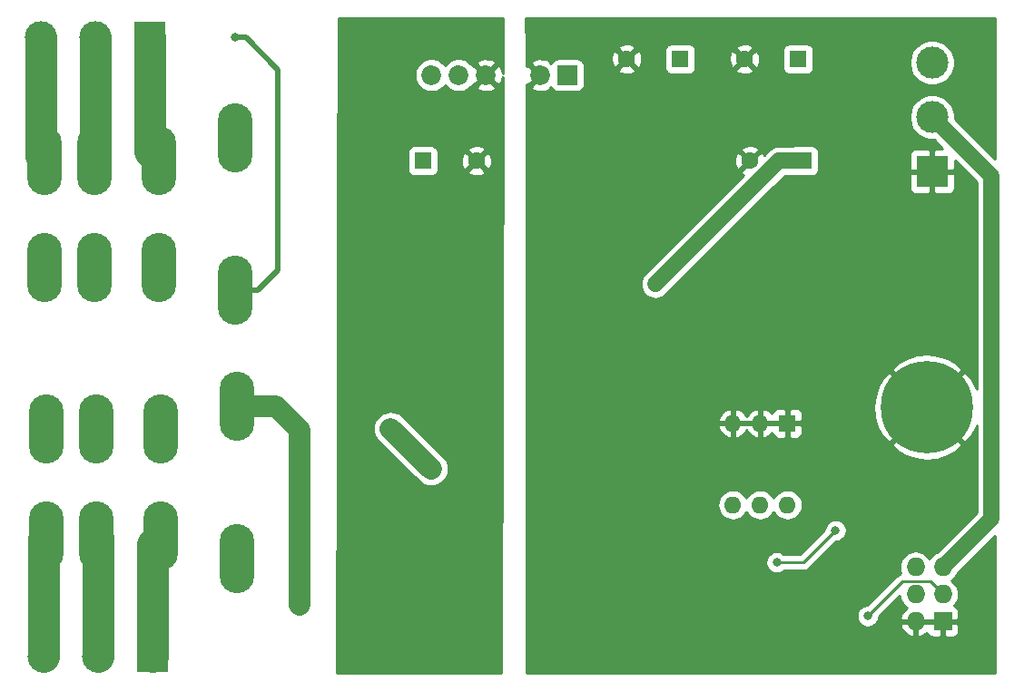
<source format=gbr>
G04 #@! TF.GenerationSoftware,KiCad,Pcbnew,(5.1.4)-1*
G04 #@! TF.CreationDate,2020-01-12T19:46:33+08:00*
G04 #@! TF.ProjectId,i2c x2 relays socketed,69326320-7832-4207-9265-6c6179732073,rev?*
G04 #@! TF.SameCoordinates,Original*
G04 #@! TF.FileFunction,Copper,L2,Bot*
G04 #@! TF.FilePolarity,Positive*
%FSLAX46Y46*%
G04 Gerber Fmt 4.6, Leading zero omitted, Abs format (unit mm)*
G04 Created by KiCad (PCBNEW (5.1.4)-1) date 2020-01-12 19:46:33*
%MOMM*%
%LPD*%
G04 APERTURE LIST*
%ADD10O,3.225800X6.451600*%
%ADD11C,1.850000*%
%ADD12R,1.850000X1.850000*%
%ADD13C,1.600000*%
%ADD14R,1.600000X1.600000*%
%ADD15O,1.600000X1.600000*%
%ADD16C,3.000000*%
%ADD17R,3.000000X3.000000*%
%ADD18O,1.727200X1.727200*%
%ADD19R,1.727200X1.727200*%
%ADD20C,0.900000*%
%ADD21C,8.600000*%
%ADD22C,1.000000*%
%ADD23C,0.800000*%
%ADD24C,0.250000*%
%ADD25C,1.500000*%
%ADD26C,2.000000*%
%ADD27C,0.500000*%
%ADD28C,3.000000*%
%ADD29C,0.254000*%
G04 APERTURE END LIST*
D10*
X25657200Y-34891800D03*
X25657200Y-49115800D03*
X18519800Y-37000000D03*
X18519800Y-47007600D03*
X12500000Y-37000000D03*
X12500000Y-47007600D03*
X7902600Y-37000000D03*
X7902600Y-47007600D03*
X25500000Y-9888000D03*
X25500000Y-24112000D03*
X18362600Y-11996200D03*
X18362600Y-22003800D03*
X12342800Y-11996200D03*
X12342800Y-22003800D03*
X7745400Y-11996200D03*
X7745400Y-22003800D03*
D11*
X43800000Y-4000000D03*
X46340000Y-4000000D03*
X48880000Y-4000000D03*
X53960000Y-4000000D03*
D12*
X56500000Y-4000000D03*
D13*
X73500000Y-12000000D03*
D14*
X78500000Y-12000000D03*
D15*
X77000000Y-44120000D03*
X71920000Y-36500000D03*
X74460000Y-44120000D03*
X74460000Y-36500000D03*
X71920000Y-44120000D03*
D14*
X77000000Y-36500000D03*
D16*
X90500000Y-2840000D03*
X90500000Y-7920000D03*
D17*
X90500000Y-13000000D03*
D16*
X7340000Y-500000D03*
X12420000Y-500000D03*
D17*
X17500000Y-500000D03*
D16*
X7590000Y-58250000D03*
X12670000Y-58250000D03*
D17*
X17750000Y-58250000D03*
D18*
X88960000Y-49920000D03*
X91500000Y-49920000D03*
X88960000Y-52460000D03*
X91500000Y-52460000D03*
X88960000Y-55000000D03*
D19*
X91500000Y-55000000D03*
D20*
X92280419Y-32719581D03*
X90000000Y-31775000D03*
X87719581Y-32719581D03*
X86775000Y-35000000D03*
X87719581Y-37280419D03*
X90000000Y-38225000D03*
X92280419Y-37280419D03*
X93225000Y-35000000D03*
D21*
X90000000Y-35000000D03*
D13*
X48000000Y-12000000D03*
D14*
X43000000Y-12000000D03*
D13*
X62000000Y-2500000D03*
D14*
X67000000Y-2500000D03*
D13*
X73000000Y-2500000D03*
D14*
X78000000Y-2500000D03*
D22*
X89750000Y-29000000D03*
X92000000Y-29000000D03*
X91000000Y-25000000D03*
X89000000Y-25000000D03*
X91000000Y-23000000D03*
X91000000Y-21000000D03*
X89000000Y-21000000D03*
X87000000Y-19000000D03*
X87000000Y-21000000D03*
X87000000Y-23000000D03*
X87000000Y-25000000D03*
X87000000Y-27000000D03*
X89000000Y-27000000D03*
X91000000Y-27000000D03*
X93000000Y-27000000D03*
X93000000Y-25000000D03*
X93000000Y-23000000D03*
X93000000Y-21000000D03*
X93000000Y-19000000D03*
X91000000Y-19000000D03*
X89000000Y-19000000D03*
D23*
X83000000Y-58500000D03*
X78000000Y-58500000D03*
X72500000Y-58500000D03*
X65000000Y-50000000D03*
X56300000Y-33100000D03*
X88500000Y-42500000D03*
X84500000Y-54500000D03*
X76000000Y-49500000D03*
X81500000Y-46500000D03*
X64700000Y-23500000D03*
X47000000Y-51000000D03*
X40000000Y-29000000D03*
X40000000Y-17000000D03*
X39500000Y-47500000D03*
X43750000Y-40750000D03*
X40000000Y-37000000D03*
X31500000Y-53500000D03*
X25500000Y-500000D03*
D24*
X87728601Y-51271399D02*
X84500000Y-54500000D01*
X91500000Y-52460000D02*
X90311399Y-51271399D01*
X90311399Y-51271399D02*
X87728601Y-51271399D01*
X81500000Y-46500000D02*
X78500000Y-49500000D01*
X78500000Y-49500000D02*
X76000000Y-49500000D01*
D25*
X76200000Y-12000000D02*
X64700000Y-23500000D01*
X78500000Y-12000000D02*
X76200000Y-12000000D01*
X90500000Y-7920000D02*
X96024990Y-13444990D01*
X96024990Y-45395010D02*
X91500000Y-49920000D01*
X96024990Y-13444990D02*
X96024990Y-45395010D01*
D26*
X43750000Y-40750000D02*
X40000000Y-37000000D01*
X31500000Y-52934315D02*
X31500000Y-53500000D01*
X31500000Y-37121700D02*
X31500000Y-52934315D01*
X29270100Y-34891800D02*
X31500000Y-37121700D01*
X25657200Y-34891800D02*
X29270100Y-34891800D01*
D27*
X27612900Y-24112000D02*
X29500000Y-22224900D01*
X25500000Y-24112000D02*
X27612900Y-24112000D01*
X29500000Y-22224900D02*
X29500000Y-3500000D01*
X29500000Y-3500000D02*
X26500000Y-500000D01*
X26500000Y-500000D02*
X25500000Y-500000D01*
D28*
X17750000Y-47777400D02*
X18519800Y-47007600D01*
X17750000Y-58250000D02*
X17750000Y-47777400D01*
X7590000Y-47320200D02*
X7902600Y-47007600D01*
X7590000Y-58250000D02*
X7590000Y-47320200D01*
X12670000Y-47177600D02*
X12500000Y-47007600D01*
X12670000Y-58250000D02*
X12670000Y-47177600D01*
X7340000Y-11590800D02*
X7745400Y-11996200D01*
X7340000Y-500000D02*
X7340000Y-11590800D01*
X17500000Y-11133600D02*
X18362600Y-11996200D01*
X17500000Y-500000D02*
X17500000Y-11133600D01*
X12420000Y-11919000D02*
X12342800Y-11996200D01*
X12420000Y-500000D02*
X12420000Y-11919000D01*
D29*
G36*
X50431824Y-3832605D02*
G01*
X50403292Y-3630152D01*
X50301868Y-3340079D01*
X50218653Y-3184393D01*
X49961917Y-3097688D01*
X49059605Y-4000000D01*
X49961917Y-4902312D01*
X50218653Y-4815607D01*
X50352048Y-4538777D01*
X50428873Y-4241243D01*
X50431006Y-4203415D01*
X50308279Y-59840000D01*
X34987280Y-59840000D01*
X35037662Y-37000000D01*
X38357089Y-37000000D01*
X38388658Y-37320516D01*
X38482148Y-37628714D01*
X38633970Y-37912752D01*
X38787085Y-38099323D01*
X42650676Y-41962915D01*
X42837247Y-42116030D01*
X43121285Y-42267852D01*
X43429483Y-42361343D01*
X43750000Y-42392911D01*
X44070516Y-42361343D01*
X44378714Y-42267852D01*
X44662752Y-42116030D01*
X44911713Y-41911713D01*
X45116030Y-41662752D01*
X45267852Y-41378714D01*
X45361343Y-41070516D01*
X45392911Y-40750000D01*
X45361343Y-40429483D01*
X45267852Y-40121285D01*
X45116030Y-39837247D01*
X44962915Y-39650676D01*
X41099323Y-35787085D01*
X40912752Y-35633970D01*
X40628714Y-35482148D01*
X40320516Y-35388658D01*
X40000000Y-35357089D01*
X39679484Y-35388658D01*
X39371286Y-35482148D01*
X39087248Y-35633970D01*
X38838287Y-35838287D01*
X38633970Y-36087248D01*
X38482148Y-36371286D01*
X38388658Y-36679484D01*
X38357089Y-37000000D01*
X35037662Y-37000000D01*
X35094573Y-11200000D01*
X41561928Y-11200000D01*
X41561928Y-12800000D01*
X41574188Y-12924482D01*
X41610498Y-13044180D01*
X41669463Y-13154494D01*
X41748815Y-13251185D01*
X41845506Y-13330537D01*
X41955820Y-13389502D01*
X42075518Y-13425812D01*
X42200000Y-13438072D01*
X43800000Y-13438072D01*
X43924482Y-13425812D01*
X44044180Y-13389502D01*
X44154494Y-13330537D01*
X44251185Y-13251185D01*
X44330537Y-13154494D01*
X44389502Y-13044180D01*
X44405117Y-12992702D01*
X47186903Y-12992702D01*
X47258486Y-13236671D01*
X47513996Y-13357571D01*
X47788184Y-13426300D01*
X48070512Y-13440217D01*
X48350130Y-13398787D01*
X48616292Y-13303603D01*
X48741514Y-13236671D01*
X48813097Y-12992702D01*
X48000000Y-12179605D01*
X47186903Y-12992702D01*
X44405117Y-12992702D01*
X44425812Y-12924482D01*
X44438072Y-12800000D01*
X44438072Y-12070512D01*
X46559783Y-12070512D01*
X46601213Y-12350130D01*
X46696397Y-12616292D01*
X46763329Y-12741514D01*
X47007298Y-12813097D01*
X47820395Y-12000000D01*
X48179605Y-12000000D01*
X48992702Y-12813097D01*
X49236671Y-12741514D01*
X49357571Y-12486004D01*
X49426300Y-12211816D01*
X49440217Y-11929488D01*
X49398787Y-11649870D01*
X49303603Y-11383708D01*
X49236671Y-11258486D01*
X48992702Y-11186903D01*
X48179605Y-12000000D01*
X47820395Y-12000000D01*
X47007298Y-11186903D01*
X46763329Y-11258486D01*
X46642429Y-11513996D01*
X46573700Y-11788184D01*
X46559783Y-12070512D01*
X44438072Y-12070512D01*
X44438072Y-11200000D01*
X44425812Y-11075518D01*
X44405118Y-11007298D01*
X47186903Y-11007298D01*
X48000000Y-11820395D01*
X48813097Y-11007298D01*
X48741514Y-10763329D01*
X48486004Y-10642429D01*
X48211816Y-10573700D01*
X47929488Y-10559783D01*
X47649870Y-10601213D01*
X47383708Y-10696397D01*
X47258486Y-10763329D01*
X47186903Y-11007298D01*
X44405118Y-11007298D01*
X44389502Y-10955820D01*
X44330537Y-10845506D01*
X44251185Y-10748815D01*
X44154494Y-10669463D01*
X44044180Y-10610498D01*
X43924482Y-10574188D01*
X43800000Y-10561928D01*
X42200000Y-10561928D01*
X42075518Y-10574188D01*
X41955820Y-10610498D01*
X41845506Y-10669463D01*
X41748815Y-10748815D01*
X41669463Y-10845506D01*
X41610498Y-10955820D01*
X41574188Y-11075518D01*
X41561928Y-11200000D01*
X35094573Y-11200000D01*
X35110794Y-3846353D01*
X42240000Y-3846353D01*
X42240000Y-4153647D01*
X42299950Y-4455035D01*
X42417546Y-4738937D01*
X42588269Y-4994442D01*
X42805558Y-5211731D01*
X43061063Y-5382454D01*
X43344965Y-5500050D01*
X43646353Y-5560000D01*
X43953647Y-5560000D01*
X44255035Y-5500050D01*
X44538937Y-5382454D01*
X44794442Y-5211731D01*
X45011731Y-4994442D01*
X45070000Y-4907236D01*
X45128269Y-4994442D01*
X45345558Y-5211731D01*
X45601063Y-5382454D01*
X45884965Y-5500050D01*
X46186353Y-5560000D01*
X46493647Y-5560000D01*
X46795035Y-5500050D01*
X47078937Y-5382454D01*
X47334442Y-5211731D01*
X47464256Y-5081917D01*
X47977688Y-5081917D01*
X48064393Y-5338653D01*
X48341223Y-5472048D01*
X48638757Y-5548873D01*
X48945562Y-5566176D01*
X49249848Y-5523292D01*
X49539921Y-5421868D01*
X49695607Y-5338653D01*
X49782312Y-5081917D01*
X48880000Y-4179605D01*
X47977688Y-5081917D01*
X47464256Y-5081917D01*
X47551731Y-4994442D01*
X47647313Y-4851394D01*
X47798083Y-4902312D01*
X48700395Y-4000000D01*
X47798083Y-3097688D01*
X47647313Y-3148606D01*
X47551731Y-3005558D01*
X47464256Y-2918083D01*
X47977688Y-2918083D01*
X48880000Y-3820395D01*
X49782312Y-2918083D01*
X49695607Y-2661347D01*
X49418777Y-2527952D01*
X49121243Y-2451127D01*
X48814438Y-2433824D01*
X48510152Y-2476708D01*
X48220079Y-2578132D01*
X48064393Y-2661347D01*
X47977688Y-2918083D01*
X47464256Y-2918083D01*
X47334442Y-2788269D01*
X47078937Y-2617546D01*
X46795035Y-2499950D01*
X46493647Y-2440000D01*
X46186353Y-2440000D01*
X45884965Y-2499950D01*
X45601063Y-2617546D01*
X45345558Y-2788269D01*
X45128269Y-3005558D01*
X45070000Y-3092764D01*
X45011731Y-3005558D01*
X44794442Y-2788269D01*
X44538937Y-2617546D01*
X44255035Y-2499950D01*
X43953647Y-2440000D01*
X43646353Y-2440000D01*
X43344965Y-2499950D01*
X43061063Y-2617546D01*
X42805558Y-2788269D01*
X42588269Y-3005558D01*
X42417546Y-3261063D01*
X42299950Y-3544965D01*
X42240000Y-3846353D01*
X35110794Y-3846353D01*
X35122235Y1340000D01*
X50443234Y1340000D01*
X50431824Y-3832605D01*
X50431824Y-3832605D01*
G37*
X50431824Y-3832605D02*
X50403292Y-3630152D01*
X50301868Y-3340079D01*
X50218653Y-3184393D01*
X49961917Y-3097688D01*
X49059605Y-4000000D01*
X49961917Y-4902312D01*
X50218653Y-4815607D01*
X50352048Y-4538777D01*
X50428873Y-4241243D01*
X50431006Y-4203415D01*
X50308279Y-59840000D01*
X34987280Y-59840000D01*
X35037662Y-37000000D01*
X38357089Y-37000000D01*
X38388658Y-37320516D01*
X38482148Y-37628714D01*
X38633970Y-37912752D01*
X38787085Y-38099323D01*
X42650676Y-41962915D01*
X42837247Y-42116030D01*
X43121285Y-42267852D01*
X43429483Y-42361343D01*
X43750000Y-42392911D01*
X44070516Y-42361343D01*
X44378714Y-42267852D01*
X44662752Y-42116030D01*
X44911713Y-41911713D01*
X45116030Y-41662752D01*
X45267852Y-41378714D01*
X45361343Y-41070516D01*
X45392911Y-40750000D01*
X45361343Y-40429483D01*
X45267852Y-40121285D01*
X45116030Y-39837247D01*
X44962915Y-39650676D01*
X41099323Y-35787085D01*
X40912752Y-35633970D01*
X40628714Y-35482148D01*
X40320516Y-35388658D01*
X40000000Y-35357089D01*
X39679484Y-35388658D01*
X39371286Y-35482148D01*
X39087248Y-35633970D01*
X38838287Y-35838287D01*
X38633970Y-36087248D01*
X38482148Y-36371286D01*
X38388658Y-36679484D01*
X38357089Y-37000000D01*
X35037662Y-37000000D01*
X35094573Y-11200000D01*
X41561928Y-11200000D01*
X41561928Y-12800000D01*
X41574188Y-12924482D01*
X41610498Y-13044180D01*
X41669463Y-13154494D01*
X41748815Y-13251185D01*
X41845506Y-13330537D01*
X41955820Y-13389502D01*
X42075518Y-13425812D01*
X42200000Y-13438072D01*
X43800000Y-13438072D01*
X43924482Y-13425812D01*
X44044180Y-13389502D01*
X44154494Y-13330537D01*
X44251185Y-13251185D01*
X44330537Y-13154494D01*
X44389502Y-13044180D01*
X44405117Y-12992702D01*
X47186903Y-12992702D01*
X47258486Y-13236671D01*
X47513996Y-13357571D01*
X47788184Y-13426300D01*
X48070512Y-13440217D01*
X48350130Y-13398787D01*
X48616292Y-13303603D01*
X48741514Y-13236671D01*
X48813097Y-12992702D01*
X48000000Y-12179605D01*
X47186903Y-12992702D01*
X44405117Y-12992702D01*
X44425812Y-12924482D01*
X44438072Y-12800000D01*
X44438072Y-12070512D01*
X46559783Y-12070512D01*
X46601213Y-12350130D01*
X46696397Y-12616292D01*
X46763329Y-12741514D01*
X47007298Y-12813097D01*
X47820395Y-12000000D01*
X48179605Y-12000000D01*
X48992702Y-12813097D01*
X49236671Y-12741514D01*
X49357571Y-12486004D01*
X49426300Y-12211816D01*
X49440217Y-11929488D01*
X49398787Y-11649870D01*
X49303603Y-11383708D01*
X49236671Y-11258486D01*
X48992702Y-11186903D01*
X48179605Y-12000000D01*
X47820395Y-12000000D01*
X47007298Y-11186903D01*
X46763329Y-11258486D01*
X46642429Y-11513996D01*
X46573700Y-11788184D01*
X46559783Y-12070512D01*
X44438072Y-12070512D01*
X44438072Y-11200000D01*
X44425812Y-11075518D01*
X44405118Y-11007298D01*
X47186903Y-11007298D01*
X48000000Y-11820395D01*
X48813097Y-11007298D01*
X48741514Y-10763329D01*
X48486004Y-10642429D01*
X48211816Y-10573700D01*
X47929488Y-10559783D01*
X47649870Y-10601213D01*
X47383708Y-10696397D01*
X47258486Y-10763329D01*
X47186903Y-11007298D01*
X44405118Y-11007298D01*
X44389502Y-10955820D01*
X44330537Y-10845506D01*
X44251185Y-10748815D01*
X44154494Y-10669463D01*
X44044180Y-10610498D01*
X43924482Y-10574188D01*
X43800000Y-10561928D01*
X42200000Y-10561928D01*
X42075518Y-10574188D01*
X41955820Y-10610498D01*
X41845506Y-10669463D01*
X41748815Y-10748815D01*
X41669463Y-10845506D01*
X41610498Y-10955820D01*
X41574188Y-11075518D01*
X41561928Y-11200000D01*
X35094573Y-11200000D01*
X35110794Y-3846353D01*
X42240000Y-3846353D01*
X42240000Y-4153647D01*
X42299950Y-4455035D01*
X42417546Y-4738937D01*
X42588269Y-4994442D01*
X42805558Y-5211731D01*
X43061063Y-5382454D01*
X43344965Y-5500050D01*
X43646353Y-5560000D01*
X43953647Y-5560000D01*
X44255035Y-5500050D01*
X44538937Y-5382454D01*
X44794442Y-5211731D01*
X45011731Y-4994442D01*
X45070000Y-4907236D01*
X45128269Y-4994442D01*
X45345558Y-5211731D01*
X45601063Y-5382454D01*
X45884965Y-5500050D01*
X46186353Y-5560000D01*
X46493647Y-5560000D01*
X46795035Y-5500050D01*
X47078937Y-5382454D01*
X47334442Y-5211731D01*
X47464256Y-5081917D01*
X47977688Y-5081917D01*
X48064393Y-5338653D01*
X48341223Y-5472048D01*
X48638757Y-5548873D01*
X48945562Y-5566176D01*
X49249848Y-5523292D01*
X49539921Y-5421868D01*
X49695607Y-5338653D01*
X49782312Y-5081917D01*
X48880000Y-4179605D01*
X47977688Y-5081917D01*
X47464256Y-5081917D01*
X47551731Y-4994442D01*
X47647313Y-4851394D01*
X47798083Y-4902312D01*
X48700395Y-4000000D01*
X47798083Y-3097688D01*
X47647313Y-3148606D01*
X47551731Y-3005558D01*
X47464256Y-2918083D01*
X47977688Y-2918083D01*
X48880000Y-3820395D01*
X49782312Y-2918083D01*
X49695607Y-2661347D01*
X49418777Y-2527952D01*
X49121243Y-2451127D01*
X48814438Y-2433824D01*
X48510152Y-2476708D01*
X48220079Y-2578132D01*
X48064393Y-2661347D01*
X47977688Y-2918083D01*
X47464256Y-2918083D01*
X47334442Y-2788269D01*
X47078937Y-2617546D01*
X46795035Y-2499950D01*
X46493647Y-2440000D01*
X46186353Y-2440000D01*
X45884965Y-2499950D01*
X45601063Y-2617546D01*
X45345558Y-2788269D01*
X45128269Y-3005558D01*
X45070000Y-3092764D01*
X45011731Y-3005558D01*
X44794442Y-2788269D01*
X44538937Y-2617546D01*
X44255035Y-2499950D01*
X43953647Y-2440000D01*
X43646353Y-2440000D01*
X43344965Y-2499950D01*
X43061063Y-2617546D01*
X42805558Y-2788269D01*
X42588269Y-3005558D01*
X42417546Y-3261063D01*
X42299950Y-3544965D01*
X42240000Y-3846353D01*
X35110794Y-3846353D01*
X35122235Y1340000D01*
X50443234Y1340000D01*
X50431824Y-3832605D01*
G36*
X96340001Y-11801315D02*
G01*
X92635000Y-8096315D01*
X92635000Y-7709721D01*
X92552953Y-7297244D01*
X92392012Y-6908698D01*
X92158363Y-6559017D01*
X91860983Y-6261637D01*
X91511302Y-6027988D01*
X91122756Y-5867047D01*
X90710279Y-5785000D01*
X90289721Y-5785000D01*
X89877244Y-5867047D01*
X89488698Y-6027988D01*
X89139017Y-6261637D01*
X88841637Y-6559017D01*
X88607988Y-6908698D01*
X88447047Y-7297244D01*
X88365000Y-7709721D01*
X88365000Y-8130279D01*
X88447047Y-8542756D01*
X88607988Y-8931302D01*
X88841637Y-9280983D01*
X89139017Y-9578363D01*
X89488698Y-9812012D01*
X89877244Y-9972953D01*
X90289721Y-10055000D01*
X90676315Y-10055000D01*
X91484547Y-10863232D01*
X90785750Y-10865000D01*
X90627000Y-11023750D01*
X90627000Y-12873000D01*
X92476250Y-12873000D01*
X92635000Y-12714250D01*
X92636768Y-12015453D01*
X94639990Y-14018676D01*
X94639991Y-33279788D01*
X94606893Y-33165062D01*
X94160394Y-32301560D01*
X94085149Y-32188946D01*
X93482818Y-31696787D01*
X90179605Y-35000000D01*
X93482818Y-38303213D01*
X94085149Y-37811054D01*
X94555063Y-36960067D01*
X94639991Y-36693270D01*
X94639991Y-44821323D01*
X90936373Y-48524942D01*
X90923736Y-48528775D01*
X90663394Y-48667931D01*
X90435203Y-48855203D01*
X90247931Y-49083394D01*
X90230000Y-49116940D01*
X90212069Y-49083394D01*
X90024797Y-48855203D01*
X89796606Y-48667931D01*
X89536264Y-48528775D01*
X89253777Y-48443084D01*
X89033619Y-48421400D01*
X88886381Y-48421400D01*
X88666223Y-48443084D01*
X88383736Y-48528775D01*
X88123394Y-48667931D01*
X87895203Y-48855203D01*
X87707931Y-49083394D01*
X87568775Y-49343736D01*
X87483084Y-49626223D01*
X87454149Y-49920000D01*
X87483084Y-50213777D01*
X87568775Y-50496264D01*
X87582586Y-50522103D01*
X87579615Y-50522396D01*
X87436354Y-50565853D01*
X87304325Y-50636425D01*
X87188600Y-50731398D01*
X87164802Y-50760396D01*
X84460199Y-53465000D01*
X84398061Y-53465000D01*
X84198102Y-53504774D01*
X84009744Y-53582795D01*
X83840226Y-53696063D01*
X83696063Y-53840226D01*
X83582795Y-54009744D01*
X83504774Y-54198102D01*
X83465000Y-54398061D01*
X83465000Y-54601939D01*
X83504774Y-54801898D01*
X83582795Y-54990256D01*
X83696063Y-55159774D01*
X83840226Y-55303937D01*
X84009744Y-55417205D01*
X84198102Y-55495226D01*
X84398061Y-55535000D01*
X84601939Y-55535000D01*
X84801898Y-55495226D01*
X84990256Y-55417205D01*
X85077327Y-55359026D01*
X87505042Y-55359026D01*
X87550778Y-55509814D01*
X87677316Y-55774944D01*
X87853146Y-56010293D01*
X88071512Y-56206817D01*
X88324022Y-56356964D01*
X88600973Y-56454963D01*
X88833000Y-56334464D01*
X88833000Y-55127000D01*
X89087000Y-55127000D01*
X89087000Y-56334464D01*
X89319027Y-56454963D01*
X89595978Y-56356964D01*
X89848488Y-56206817D01*
X90027947Y-56045308D01*
X90046898Y-56107780D01*
X90105863Y-56218094D01*
X90185215Y-56314785D01*
X90281906Y-56394137D01*
X90392220Y-56453102D01*
X90511918Y-56489412D01*
X90636400Y-56501672D01*
X91214250Y-56498600D01*
X91373000Y-56339850D01*
X91373000Y-55127000D01*
X91627000Y-55127000D01*
X91627000Y-56339850D01*
X91785750Y-56498600D01*
X92363600Y-56501672D01*
X92488082Y-56489412D01*
X92607780Y-56453102D01*
X92718094Y-56394137D01*
X92814785Y-56314785D01*
X92894137Y-56218094D01*
X92953102Y-56107780D01*
X92989412Y-55988082D01*
X93001672Y-55863600D01*
X92998600Y-55285750D01*
X92839850Y-55127000D01*
X91627000Y-55127000D01*
X91373000Y-55127000D01*
X89087000Y-55127000D01*
X88833000Y-55127000D01*
X87626183Y-55127000D01*
X87505042Y-55359026D01*
X85077327Y-55359026D01*
X85159774Y-55303937D01*
X85303937Y-55159774D01*
X85417205Y-54990256D01*
X85495226Y-54801898D01*
X85535000Y-54601939D01*
X85535000Y-54539801D01*
X87468553Y-52606248D01*
X87483084Y-52753777D01*
X87568775Y-53036264D01*
X87707931Y-53296606D01*
X87895203Y-53524797D01*
X88123394Y-53712069D01*
X88167910Y-53735863D01*
X88071512Y-53793183D01*
X87853146Y-53989707D01*
X87677316Y-54225056D01*
X87550778Y-54490186D01*
X87505042Y-54640974D01*
X87626183Y-54873000D01*
X88833000Y-54873000D01*
X88833000Y-54853000D01*
X89087000Y-54853000D01*
X89087000Y-54873000D01*
X91373000Y-54873000D01*
X91373000Y-54853000D01*
X91627000Y-54853000D01*
X91627000Y-54873000D01*
X92839850Y-54873000D01*
X92998600Y-54714250D01*
X93001672Y-54136400D01*
X92989412Y-54011918D01*
X92953102Y-53892220D01*
X92894137Y-53781906D01*
X92814785Y-53685215D01*
X92718094Y-53605863D01*
X92607780Y-53546898D01*
X92556735Y-53531414D01*
X92564797Y-53524797D01*
X92752069Y-53296606D01*
X92891225Y-53036264D01*
X92976916Y-52753777D01*
X93005851Y-52460000D01*
X92976916Y-52166223D01*
X92891225Y-51883736D01*
X92752069Y-51623394D01*
X92564797Y-51395203D01*
X92336606Y-51207931D01*
X92303060Y-51190000D01*
X92336606Y-51172069D01*
X92564797Y-50984797D01*
X92752069Y-50756606D01*
X92891225Y-50496264D01*
X92895058Y-50483627D01*
X96340000Y-47038686D01*
X96340000Y-59840000D01*
X52674677Y-59840000D01*
X52666999Y-49398061D01*
X74965000Y-49398061D01*
X74965000Y-49601939D01*
X75004774Y-49801898D01*
X75082795Y-49990256D01*
X75196063Y-50159774D01*
X75340226Y-50303937D01*
X75509744Y-50417205D01*
X75698102Y-50495226D01*
X75898061Y-50535000D01*
X76101939Y-50535000D01*
X76301898Y-50495226D01*
X76490256Y-50417205D01*
X76659774Y-50303937D01*
X76703711Y-50260000D01*
X78462678Y-50260000D01*
X78500000Y-50263676D01*
X78537322Y-50260000D01*
X78537333Y-50260000D01*
X78648986Y-50249003D01*
X78792247Y-50205546D01*
X78924276Y-50134974D01*
X79040001Y-50040001D01*
X79063804Y-50010997D01*
X81539802Y-47535000D01*
X81601939Y-47535000D01*
X81801898Y-47495226D01*
X81990256Y-47417205D01*
X82159774Y-47303937D01*
X82303937Y-47159774D01*
X82417205Y-46990256D01*
X82495226Y-46801898D01*
X82535000Y-46601939D01*
X82535000Y-46398061D01*
X82495226Y-46198102D01*
X82417205Y-46009744D01*
X82303937Y-45840226D01*
X82159774Y-45696063D01*
X81990256Y-45582795D01*
X81801898Y-45504774D01*
X81601939Y-45465000D01*
X81398061Y-45465000D01*
X81198102Y-45504774D01*
X81009744Y-45582795D01*
X80840226Y-45696063D01*
X80696063Y-45840226D01*
X80582795Y-46009744D01*
X80504774Y-46198102D01*
X80465000Y-46398061D01*
X80465000Y-46460198D01*
X78185199Y-48740000D01*
X76703711Y-48740000D01*
X76659774Y-48696063D01*
X76490256Y-48582795D01*
X76301898Y-48504774D01*
X76101939Y-48465000D01*
X75898061Y-48465000D01*
X75698102Y-48504774D01*
X75509744Y-48582795D01*
X75340226Y-48696063D01*
X75196063Y-48840226D01*
X75082795Y-49009744D01*
X75004774Y-49198102D01*
X74965000Y-49398061D01*
X52666999Y-49398061D01*
X52663118Y-44120000D01*
X70478057Y-44120000D01*
X70505764Y-44401309D01*
X70587818Y-44671808D01*
X70721068Y-44921101D01*
X70900392Y-45139608D01*
X71118899Y-45318932D01*
X71368192Y-45452182D01*
X71638691Y-45534236D01*
X71849508Y-45555000D01*
X71990492Y-45555000D01*
X72201309Y-45534236D01*
X72471808Y-45452182D01*
X72721101Y-45318932D01*
X72939608Y-45139608D01*
X73118932Y-44921101D01*
X73190000Y-44788142D01*
X73261068Y-44921101D01*
X73440392Y-45139608D01*
X73658899Y-45318932D01*
X73908192Y-45452182D01*
X74178691Y-45534236D01*
X74389508Y-45555000D01*
X74530492Y-45555000D01*
X74741309Y-45534236D01*
X75011808Y-45452182D01*
X75261101Y-45318932D01*
X75479608Y-45139608D01*
X75658932Y-44921101D01*
X75730000Y-44788142D01*
X75801068Y-44921101D01*
X75980392Y-45139608D01*
X76198899Y-45318932D01*
X76448192Y-45452182D01*
X76718691Y-45534236D01*
X76929508Y-45555000D01*
X77070492Y-45555000D01*
X77281309Y-45534236D01*
X77551808Y-45452182D01*
X77801101Y-45318932D01*
X78019608Y-45139608D01*
X78198932Y-44921101D01*
X78332182Y-44671808D01*
X78414236Y-44401309D01*
X78441943Y-44120000D01*
X78414236Y-43838691D01*
X78332182Y-43568192D01*
X78198932Y-43318899D01*
X78019608Y-43100392D01*
X77801101Y-42921068D01*
X77551808Y-42787818D01*
X77281309Y-42705764D01*
X77070492Y-42685000D01*
X76929508Y-42685000D01*
X76718691Y-42705764D01*
X76448192Y-42787818D01*
X76198899Y-42921068D01*
X75980392Y-43100392D01*
X75801068Y-43318899D01*
X75730000Y-43451858D01*
X75658932Y-43318899D01*
X75479608Y-43100392D01*
X75261101Y-42921068D01*
X75011808Y-42787818D01*
X74741309Y-42705764D01*
X74530492Y-42685000D01*
X74389508Y-42685000D01*
X74178691Y-42705764D01*
X73908192Y-42787818D01*
X73658899Y-42921068D01*
X73440392Y-43100392D01*
X73261068Y-43318899D01*
X73190000Y-43451858D01*
X73118932Y-43318899D01*
X72939608Y-43100392D01*
X72721101Y-42921068D01*
X72471808Y-42787818D01*
X72201309Y-42705764D01*
X71990492Y-42685000D01*
X71849508Y-42685000D01*
X71638691Y-42705764D01*
X71368192Y-42787818D01*
X71118899Y-42921068D01*
X70900392Y-43100392D01*
X70721068Y-43318899D01*
X70587818Y-43568192D01*
X70505764Y-43838691D01*
X70478057Y-44120000D01*
X52663118Y-44120000D01*
X52658974Y-38482818D01*
X86696787Y-38482818D01*
X87188946Y-39085149D01*
X88039933Y-39555063D01*
X88966243Y-39849929D01*
X89932281Y-39958414D01*
X90900921Y-39876351D01*
X91834938Y-39606893D01*
X92698440Y-39160394D01*
X92811054Y-39085149D01*
X93303213Y-38482818D01*
X90000000Y-35179605D01*
X86696787Y-38482818D01*
X52658974Y-38482818D01*
X52657772Y-36849040D01*
X70528091Y-36849040D01*
X70622930Y-37113881D01*
X70767615Y-37355131D01*
X70956586Y-37563519D01*
X71182580Y-37731037D01*
X71436913Y-37851246D01*
X71570961Y-37891904D01*
X71793000Y-37769915D01*
X71793000Y-36627000D01*
X72047000Y-36627000D01*
X72047000Y-37769915D01*
X72269039Y-37891904D01*
X72403087Y-37851246D01*
X72657420Y-37731037D01*
X72883414Y-37563519D01*
X73072385Y-37355131D01*
X73190000Y-37159018D01*
X73307615Y-37355131D01*
X73496586Y-37563519D01*
X73722580Y-37731037D01*
X73976913Y-37851246D01*
X74110961Y-37891904D01*
X74333000Y-37769915D01*
X74333000Y-36627000D01*
X74587000Y-36627000D01*
X74587000Y-37769915D01*
X74809039Y-37891904D01*
X74943087Y-37851246D01*
X75197420Y-37731037D01*
X75423414Y-37563519D01*
X75571769Y-37399920D01*
X75574188Y-37424482D01*
X75610498Y-37544180D01*
X75669463Y-37654494D01*
X75748815Y-37751185D01*
X75845506Y-37830537D01*
X75955820Y-37889502D01*
X76075518Y-37925812D01*
X76200000Y-37938072D01*
X76714250Y-37935000D01*
X76873000Y-37776250D01*
X76873000Y-36627000D01*
X77127000Y-36627000D01*
X77127000Y-37776250D01*
X77285750Y-37935000D01*
X77800000Y-37938072D01*
X77924482Y-37925812D01*
X78044180Y-37889502D01*
X78154494Y-37830537D01*
X78251185Y-37751185D01*
X78330537Y-37654494D01*
X78389502Y-37544180D01*
X78425812Y-37424482D01*
X78438072Y-37300000D01*
X78435000Y-36785750D01*
X78276250Y-36627000D01*
X77127000Y-36627000D01*
X76873000Y-36627000D01*
X74587000Y-36627000D01*
X74333000Y-36627000D01*
X72047000Y-36627000D01*
X71793000Y-36627000D01*
X70649376Y-36627000D01*
X70528091Y-36849040D01*
X52657772Y-36849040D01*
X52657259Y-36150960D01*
X70528091Y-36150960D01*
X70649376Y-36373000D01*
X71793000Y-36373000D01*
X71793000Y-35230085D01*
X72047000Y-35230085D01*
X72047000Y-36373000D01*
X74333000Y-36373000D01*
X74333000Y-35230085D01*
X74587000Y-35230085D01*
X74587000Y-36373000D01*
X76873000Y-36373000D01*
X76873000Y-35223750D01*
X77127000Y-35223750D01*
X77127000Y-36373000D01*
X78276250Y-36373000D01*
X78435000Y-36214250D01*
X78438072Y-35700000D01*
X78425812Y-35575518D01*
X78389502Y-35455820D01*
X78330537Y-35345506D01*
X78251185Y-35248815D01*
X78154494Y-35169463D01*
X78044180Y-35110498D01*
X77924482Y-35074188D01*
X77800000Y-35061928D01*
X77285750Y-35065000D01*
X77127000Y-35223750D01*
X76873000Y-35223750D01*
X76714250Y-35065000D01*
X76200000Y-35061928D01*
X76075518Y-35074188D01*
X75955820Y-35110498D01*
X75845506Y-35169463D01*
X75748815Y-35248815D01*
X75669463Y-35345506D01*
X75610498Y-35455820D01*
X75574188Y-35575518D01*
X75571769Y-35600080D01*
X75423414Y-35436481D01*
X75197420Y-35268963D01*
X74943087Y-35148754D01*
X74809039Y-35108096D01*
X74587000Y-35230085D01*
X74333000Y-35230085D01*
X74110961Y-35108096D01*
X73976913Y-35148754D01*
X73722580Y-35268963D01*
X73496586Y-35436481D01*
X73307615Y-35644869D01*
X73190000Y-35840982D01*
X73072385Y-35644869D01*
X72883414Y-35436481D01*
X72657420Y-35268963D01*
X72403087Y-35148754D01*
X72269039Y-35108096D01*
X72047000Y-35230085D01*
X71793000Y-35230085D01*
X71570961Y-35108096D01*
X71436913Y-35148754D01*
X71182580Y-35268963D01*
X70956586Y-35436481D01*
X70767615Y-35644869D01*
X70622930Y-35886119D01*
X70528091Y-36150960D01*
X52657259Y-36150960D01*
X52656363Y-34932281D01*
X85041586Y-34932281D01*
X85123649Y-35900921D01*
X85393107Y-36834938D01*
X85839606Y-37698440D01*
X85914851Y-37811054D01*
X86517182Y-38303213D01*
X89820395Y-35000000D01*
X86517182Y-31696787D01*
X85914851Y-32188946D01*
X85444937Y-33039933D01*
X85150071Y-33966243D01*
X85041586Y-34932281D01*
X52656363Y-34932281D01*
X52653852Y-31517182D01*
X86696787Y-31517182D01*
X90000000Y-34820395D01*
X93303213Y-31517182D01*
X92811054Y-30914851D01*
X91960067Y-30444937D01*
X91033757Y-30150071D01*
X90067719Y-30041586D01*
X89099079Y-30123649D01*
X88165062Y-30393107D01*
X87301560Y-30839606D01*
X87188946Y-30914851D01*
X86696787Y-31517182D01*
X52653852Y-31517182D01*
X52647956Y-23500000D01*
X63308300Y-23500000D01*
X63335040Y-23771507D01*
X63414236Y-24032580D01*
X63542844Y-24273188D01*
X63715919Y-24484081D01*
X63926812Y-24657156D01*
X64167420Y-24785764D01*
X64428493Y-24864960D01*
X64700000Y-24891700D01*
X64971507Y-24864960D01*
X65232580Y-24785764D01*
X65473188Y-24657156D01*
X65631233Y-24527452D01*
X75658685Y-14500000D01*
X88361928Y-14500000D01*
X88374188Y-14624482D01*
X88410498Y-14744180D01*
X88469463Y-14854494D01*
X88548815Y-14951185D01*
X88645506Y-15030537D01*
X88755820Y-15089502D01*
X88875518Y-15125812D01*
X89000000Y-15138072D01*
X90214250Y-15135000D01*
X90373000Y-14976250D01*
X90373000Y-13127000D01*
X90627000Y-13127000D01*
X90627000Y-14976250D01*
X90785750Y-15135000D01*
X92000000Y-15138072D01*
X92124482Y-15125812D01*
X92244180Y-15089502D01*
X92354494Y-15030537D01*
X92451185Y-14951185D01*
X92530537Y-14854494D01*
X92589502Y-14744180D01*
X92625812Y-14624482D01*
X92638072Y-14500000D01*
X92635000Y-13285750D01*
X92476250Y-13127000D01*
X90627000Y-13127000D01*
X90373000Y-13127000D01*
X88523750Y-13127000D01*
X88365000Y-13285750D01*
X88361928Y-14500000D01*
X75658685Y-14500000D01*
X76773686Y-13385000D01*
X77447397Y-13385000D01*
X77455820Y-13389502D01*
X77575518Y-13425812D01*
X77700000Y-13438072D01*
X79300000Y-13438072D01*
X79424482Y-13425812D01*
X79544180Y-13389502D01*
X79654494Y-13330537D01*
X79751185Y-13251185D01*
X79830537Y-13154494D01*
X79889502Y-13044180D01*
X79925812Y-12924482D01*
X79938072Y-12800000D01*
X79938072Y-11500000D01*
X88361928Y-11500000D01*
X88365000Y-12714250D01*
X88523750Y-12873000D01*
X90373000Y-12873000D01*
X90373000Y-11023750D01*
X90214250Y-10865000D01*
X89000000Y-10861928D01*
X88875518Y-10874188D01*
X88755820Y-10910498D01*
X88645506Y-10969463D01*
X88548815Y-11048815D01*
X88469463Y-11145506D01*
X88410498Y-11255820D01*
X88374188Y-11375518D01*
X88361928Y-11500000D01*
X79938072Y-11500000D01*
X79938072Y-11200000D01*
X79925812Y-11075518D01*
X79889502Y-10955820D01*
X79830537Y-10845506D01*
X79751185Y-10748815D01*
X79654494Y-10669463D01*
X79544180Y-10610498D01*
X79424482Y-10574188D01*
X79300000Y-10561928D01*
X77700000Y-10561928D01*
X77575518Y-10574188D01*
X77455820Y-10610498D01*
X77447397Y-10615000D01*
X76268029Y-10615000D01*
X76200000Y-10608300D01*
X76131971Y-10615000D01*
X76131963Y-10615000D01*
X75951892Y-10632735D01*
X75928492Y-10635040D01*
X75726226Y-10696397D01*
X75667419Y-10714236D01*
X75426812Y-10842843D01*
X75426810Y-10842844D01*
X75426811Y-10842844D01*
X75268766Y-10972548D01*
X75268764Y-10972550D01*
X75215919Y-11015919D01*
X75172550Y-11068764D01*
X74817828Y-11423486D01*
X74803603Y-11383708D01*
X74736671Y-11258486D01*
X74492702Y-11186903D01*
X73679605Y-12000000D01*
X73693748Y-12014143D01*
X73514143Y-12193748D01*
X73500000Y-12179605D01*
X72686903Y-12992702D01*
X72758486Y-13236671D01*
X72925579Y-13315735D01*
X63672548Y-22568767D01*
X63542844Y-22726812D01*
X63414236Y-22967420D01*
X63335040Y-23228493D01*
X63308300Y-23500000D01*
X52647956Y-23500000D01*
X52639552Y-12070512D01*
X72059783Y-12070512D01*
X72101213Y-12350130D01*
X72196397Y-12616292D01*
X72263329Y-12741514D01*
X72507298Y-12813097D01*
X73320395Y-12000000D01*
X72507298Y-11186903D01*
X72263329Y-11258486D01*
X72142429Y-11513996D01*
X72073700Y-11788184D01*
X72059783Y-12070512D01*
X52639552Y-12070512D01*
X52638771Y-11007298D01*
X72686903Y-11007298D01*
X73500000Y-11820395D01*
X74313097Y-11007298D01*
X74241514Y-10763329D01*
X73986004Y-10642429D01*
X73711816Y-10573700D01*
X73429488Y-10559783D01*
X73149870Y-10601213D01*
X72883708Y-10696397D01*
X72758486Y-10763329D01*
X72686903Y-11007298D01*
X52638771Y-11007298D01*
X52634220Y-4819955D01*
X52878083Y-4902312D01*
X53780395Y-4000000D01*
X52878083Y-3097688D01*
X52633015Y-3180453D01*
X52632823Y-2918083D01*
X53057688Y-2918083D01*
X53960000Y-3820395D01*
X53974143Y-3806253D01*
X54153748Y-3985858D01*
X54139605Y-4000000D01*
X54153748Y-4014143D01*
X53974143Y-4193748D01*
X53960000Y-4179605D01*
X53057688Y-5081917D01*
X53144393Y-5338653D01*
X53421223Y-5472048D01*
X53718757Y-5548873D01*
X54025562Y-5566176D01*
X54329848Y-5523292D01*
X54619921Y-5421868D01*
X54775607Y-5338653D01*
X54862311Y-5081919D01*
X54978186Y-5197794D01*
X54992918Y-5183062D01*
X55044463Y-5279494D01*
X55123815Y-5376185D01*
X55220506Y-5455537D01*
X55330820Y-5514502D01*
X55450518Y-5550812D01*
X55575000Y-5563072D01*
X57425000Y-5563072D01*
X57549482Y-5550812D01*
X57669180Y-5514502D01*
X57779494Y-5455537D01*
X57876185Y-5376185D01*
X57955537Y-5279494D01*
X58014502Y-5169180D01*
X58050812Y-5049482D01*
X58063072Y-4925000D01*
X58063072Y-3492702D01*
X61186903Y-3492702D01*
X61258486Y-3736671D01*
X61513996Y-3857571D01*
X61788184Y-3926300D01*
X62070512Y-3940217D01*
X62350130Y-3898787D01*
X62616292Y-3803603D01*
X62741514Y-3736671D01*
X62813097Y-3492702D01*
X62000000Y-2679605D01*
X61186903Y-3492702D01*
X58063072Y-3492702D01*
X58063072Y-3075000D01*
X58050812Y-2950518D01*
X58014502Y-2830820D01*
X57955537Y-2720506D01*
X57876185Y-2623815D01*
X57811235Y-2570512D01*
X60559783Y-2570512D01*
X60601213Y-2850130D01*
X60696397Y-3116292D01*
X60763329Y-3241514D01*
X61007298Y-3313097D01*
X61820395Y-2500000D01*
X62179605Y-2500000D01*
X62992702Y-3313097D01*
X63236671Y-3241514D01*
X63357571Y-2986004D01*
X63426300Y-2711816D01*
X63440217Y-2429488D01*
X63398787Y-2149870D01*
X63303603Y-1883708D01*
X63236671Y-1758486D01*
X63037340Y-1700000D01*
X65561928Y-1700000D01*
X65561928Y-3300000D01*
X65574188Y-3424482D01*
X65610498Y-3544180D01*
X65669463Y-3654494D01*
X65748815Y-3751185D01*
X65845506Y-3830537D01*
X65955820Y-3889502D01*
X66075518Y-3925812D01*
X66200000Y-3938072D01*
X67800000Y-3938072D01*
X67924482Y-3925812D01*
X68044180Y-3889502D01*
X68154494Y-3830537D01*
X68251185Y-3751185D01*
X68330537Y-3654494D01*
X68389502Y-3544180D01*
X68405117Y-3492702D01*
X72186903Y-3492702D01*
X72258486Y-3736671D01*
X72513996Y-3857571D01*
X72788184Y-3926300D01*
X73070512Y-3940217D01*
X73350130Y-3898787D01*
X73616292Y-3803603D01*
X73741514Y-3736671D01*
X73813097Y-3492702D01*
X73000000Y-2679605D01*
X72186903Y-3492702D01*
X68405117Y-3492702D01*
X68425812Y-3424482D01*
X68438072Y-3300000D01*
X68438072Y-2570512D01*
X71559783Y-2570512D01*
X71601213Y-2850130D01*
X71696397Y-3116292D01*
X71763329Y-3241514D01*
X72007298Y-3313097D01*
X72820395Y-2500000D01*
X73179605Y-2500000D01*
X73992702Y-3313097D01*
X74236671Y-3241514D01*
X74357571Y-2986004D01*
X74426300Y-2711816D01*
X74440217Y-2429488D01*
X74398787Y-2149870D01*
X74303603Y-1883708D01*
X74236671Y-1758486D01*
X74037340Y-1700000D01*
X76561928Y-1700000D01*
X76561928Y-3300000D01*
X76574188Y-3424482D01*
X76610498Y-3544180D01*
X76669463Y-3654494D01*
X76748815Y-3751185D01*
X76845506Y-3830537D01*
X76955820Y-3889502D01*
X77075518Y-3925812D01*
X77200000Y-3938072D01*
X78800000Y-3938072D01*
X78924482Y-3925812D01*
X79044180Y-3889502D01*
X79154494Y-3830537D01*
X79251185Y-3751185D01*
X79330537Y-3654494D01*
X79389502Y-3544180D01*
X79425812Y-3424482D01*
X79438072Y-3300000D01*
X79438072Y-2629721D01*
X88365000Y-2629721D01*
X88365000Y-3050279D01*
X88447047Y-3462756D01*
X88607988Y-3851302D01*
X88841637Y-4200983D01*
X89139017Y-4498363D01*
X89488698Y-4732012D01*
X89877244Y-4892953D01*
X90289721Y-4975000D01*
X90710279Y-4975000D01*
X91122756Y-4892953D01*
X91511302Y-4732012D01*
X91860983Y-4498363D01*
X92158363Y-4200983D01*
X92392012Y-3851302D01*
X92552953Y-3462756D01*
X92635000Y-3050279D01*
X92635000Y-2629721D01*
X92552953Y-2217244D01*
X92392012Y-1828698D01*
X92158363Y-1479017D01*
X91860983Y-1181637D01*
X91511302Y-947988D01*
X91122756Y-787047D01*
X90710279Y-705000D01*
X90289721Y-705000D01*
X89877244Y-787047D01*
X89488698Y-947988D01*
X89139017Y-1181637D01*
X88841637Y-1479017D01*
X88607988Y-1828698D01*
X88447047Y-2217244D01*
X88365000Y-2629721D01*
X79438072Y-2629721D01*
X79438072Y-1700000D01*
X79425812Y-1575518D01*
X79389502Y-1455820D01*
X79330537Y-1345506D01*
X79251185Y-1248815D01*
X79154494Y-1169463D01*
X79044180Y-1110498D01*
X78924482Y-1074188D01*
X78800000Y-1061928D01*
X77200000Y-1061928D01*
X77075518Y-1074188D01*
X76955820Y-1110498D01*
X76845506Y-1169463D01*
X76748815Y-1248815D01*
X76669463Y-1345506D01*
X76610498Y-1455820D01*
X76574188Y-1575518D01*
X76561928Y-1700000D01*
X74037340Y-1700000D01*
X73992702Y-1686903D01*
X73179605Y-2500000D01*
X72820395Y-2500000D01*
X72007298Y-1686903D01*
X71763329Y-1758486D01*
X71642429Y-2013996D01*
X71573700Y-2288184D01*
X71559783Y-2570512D01*
X68438072Y-2570512D01*
X68438072Y-1700000D01*
X68425812Y-1575518D01*
X68405118Y-1507298D01*
X72186903Y-1507298D01*
X73000000Y-2320395D01*
X73813097Y-1507298D01*
X73741514Y-1263329D01*
X73486004Y-1142429D01*
X73211816Y-1073700D01*
X72929488Y-1059783D01*
X72649870Y-1101213D01*
X72383708Y-1196397D01*
X72258486Y-1263329D01*
X72186903Y-1507298D01*
X68405118Y-1507298D01*
X68389502Y-1455820D01*
X68330537Y-1345506D01*
X68251185Y-1248815D01*
X68154494Y-1169463D01*
X68044180Y-1110498D01*
X67924482Y-1074188D01*
X67800000Y-1061928D01*
X66200000Y-1061928D01*
X66075518Y-1074188D01*
X65955820Y-1110498D01*
X65845506Y-1169463D01*
X65748815Y-1248815D01*
X65669463Y-1345506D01*
X65610498Y-1455820D01*
X65574188Y-1575518D01*
X65561928Y-1700000D01*
X63037340Y-1700000D01*
X62992702Y-1686903D01*
X62179605Y-2500000D01*
X61820395Y-2500000D01*
X61007298Y-1686903D01*
X60763329Y-1758486D01*
X60642429Y-2013996D01*
X60573700Y-2288184D01*
X60559783Y-2570512D01*
X57811235Y-2570512D01*
X57779494Y-2544463D01*
X57669180Y-2485498D01*
X57549482Y-2449188D01*
X57425000Y-2436928D01*
X55575000Y-2436928D01*
X55450518Y-2449188D01*
X55330820Y-2485498D01*
X55220506Y-2544463D01*
X55123815Y-2623815D01*
X55044463Y-2720506D01*
X54992918Y-2816938D01*
X54978186Y-2802206D01*
X54862311Y-2918081D01*
X54775607Y-2661347D01*
X54498777Y-2527952D01*
X54201243Y-2451127D01*
X53894438Y-2433824D01*
X53590152Y-2476708D01*
X53300079Y-2578132D01*
X53144393Y-2661347D01*
X53057688Y-2918083D01*
X52632823Y-2918083D01*
X52631786Y-1507298D01*
X61186903Y-1507298D01*
X62000000Y-2320395D01*
X62813097Y-1507298D01*
X62741514Y-1263329D01*
X62486004Y-1142429D01*
X62211816Y-1073700D01*
X61929488Y-1059783D01*
X61649870Y-1101213D01*
X61383708Y-1196397D01*
X61258486Y-1263329D01*
X61186903Y-1507298D01*
X52631786Y-1507298D01*
X52629691Y1340000D01*
X96340001Y1340000D01*
X96340001Y-11801315D01*
X96340001Y-11801315D01*
G37*
X96340001Y-11801315D02*
X92635000Y-8096315D01*
X92635000Y-7709721D01*
X92552953Y-7297244D01*
X92392012Y-6908698D01*
X92158363Y-6559017D01*
X91860983Y-6261637D01*
X91511302Y-6027988D01*
X91122756Y-5867047D01*
X90710279Y-5785000D01*
X90289721Y-5785000D01*
X89877244Y-5867047D01*
X89488698Y-6027988D01*
X89139017Y-6261637D01*
X88841637Y-6559017D01*
X88607988Y-6908698D01*
X88447047Y-7297244D01*
X88365000Y-7709721D01*
X88365000Y-8130279D01*
X88447047Y-8542756D01*
X88607988Y-8931302D01*
X88841637Y-9280983D01*
X89139017Y-9578363D01*
X89488698Y-9812012D01*
X89877244Y-9972953D01*
X90289721Y-10055000D01*
X90676315Y-10055000D01*
X91484547Y-10863232D01*
X90785750Y-10865000D01*
X90627000Y-11023750D01*
X90627000Y-12873000D01*
X92476250Y-12873000D01*
X92635000Y-12714250D01*
X92636768Y-12015453D01*
X94639990Y-14018676D01*
X94639991Y-33279788D01*
X94606893Y-33165062D01*
X94160394Y-32301560D01*
X94085149Y-32188946D01*
X93482818Y-31696787D01*
X90179605Y-35000000D01*
X93482818Y-38303213D01*
X94085149Y-37811054D01*
X94555063Y-36960067D01*
X94639991Y-36693270D01*
X94639991Y-44821323D01*
X90936373Y-48524942D01*
X90923736Y-48528775D01*
X90663394Y-48667931D01*
X90435203Y-48855203D01*
X90247931Y-49083394D01*
X90230000Y-49116940D01*
X90212069Y-49083394D01*
X90024797Y-48855203D01*
X89796606Y-48667931D01*
X89536264Y-48528775D01*
X89253777Y-48443084D01*
X89033619Y-48421400D01*
X88886381Y-48421400D01*
X88666223Y-48443084D01*
X88383736Y-48528775D01*
X88123394Y-48667931D01*
X87895203Y-48855203D01*
X87707931Y-49083394D01*
X87568775Y-49343736D01*
X87483084Y-49626223D01*
X87454149Y-49920000D01*
X87483084Y-50213777D01*
X87568775Y-50496264D01*
X87582586Y-50522103D01*
X87579615Y-50522396D01*
X87436354Y-50565853D01*
X87304325Y-50636425D01*
X87188600Y-50731398D01*
X87164802Y-50760396D01*
X84460199Y-53465000D01*
X84398061Y-53465000D01*
X84198102Y-53504774D01*
X84009744Y-53582795D01*
X83840226Y-53696063D01*
X83696063Y-53840226D01*
X83582795Y-54009744D01*
X83504774Y-54198102D01*
X83465000Y-54398061D01*
X83465000Y-54601939D01*
X83504774Y-54801898D01*
X83582795Y-54990256D01*
X83696063Y-55159774D01*
X83840226Y-55303937D01*
X84009744Y-55417205D01*
X84198102Y-55495226D01*
X84398061Y-55535000D01*
X84601939Y-55535000D01*
X84801898Y-55495226D01*
X84990256Y-55417205D01*
X85077327Y-55359026D01*
X87505042Y-55359026D01*
X87550778Y-55509814D01*
X87677316Y-55774944D01*
X87853146Y-56010293D01*
X88071512Y-56206817D01*
X88324022Y-56356964D01*
X88600973Y-56454963D01*
X88833000Y-56334464D01*
X88833000Y-55127000D01*
X89087000Y-55127000D01*
X89087000Y-56334464D01*
X89319027Y-56454963D01*
X89595978Y-56356964D01*
X89848488Y-56206817D01*
X90027947Y-56045308D01*
X90046898Y-56107780D01*
X90105863Y-56218094D01*
X90185215Y-56314785D01*
X90281906Y-56394137D01*
X90392220Y-56453102D01*
X90511918Y-56489412D01*
X90636400Y-56501672D01*
X91214250Y-56498600D01*
X91373000Y-56339850D01*
X91373000Y-55127000D01*
X91627000Y-55127000D01*
X91627000Y-56339850D01*
X91785750Y-56498600D01*
X92363600Y-56501672D01*
X92488082Y-56489412D01*
X92607780Y-56453102D01*
X92718094Y-56394137D01*
X92814785Y-56314785D01*
X92894137Y-56218094D01*
X92953102Y-56107780D01*
X92989412Y-55988082D01*
X93001672Y-55863600D01*
X92998600Y-55285750D01*
X92839850Y-55127000D01*
X91627000Y-55127000D01*
X91373000Y-55127000D01*
X89087000Y-55127000D01*
X88833000Y-55127000D01*
X87626183Y-55127000D01*
X87505042Y-55359026D01*
X85077327Y-55359026D01*
X85159774Y-55303937D01*
X85303937Y-55159774D01*
X85417205Y-54990256D01*
X85495226Y-54801898D01*
X85535000Y-54601939D01*
X85535000Y-54539801D01*
X87468553Y-52606248D01*
X87483084Y-52753777D01*
X87568775Y-53036264D01*
X87707931Y-53296606D01*
X87895203Y-53524797D01*
X88123394Y-53712069D01*
X88167910Y-53735863D01*
X88071512Y-53793183D01*
X87853146Y-53989707D01*
X87677316Y-54225056D01*
X87550778Y-54490186D01*
X87505042Y-54640974D01*
X87626183Y-54873000D01*
X88833000Y-54873000D01*
X88833000Y-54853000D01*
X89087000Y-54853000D01*
X89087000Y-54873000D01*
X91373000Y-54873000D01*
X91373000Y-54853000D01*
X91627000Y-54853000D01*
X91627000Y-54873000D01*
X92839850Y-54873000D01*
X92998600Y-54714250D01*
X93001672Y-54136400D01*
X92989412Y-54011918D01*
X92953102Y-53892220D01*
X92894137Y-53781906D01*
X92814785Y-53685215D01*
X92718094Y-53605863D01*
X92607780Y-53546898D01*
X92556735Y-53531414D01*
X92564797Y-53524797D01*
X92752069Y-53296606D01*
X92891225Y-53036264D01*
X92976916Y-52753777D01*
X93005851Y-52460000D01*
X92976916Y-52166223D01*
X92891225Y-51883736D01*
X92752069Y-51623394D01*
X92564797Y-51395203D01*
X92336606Y-51207931D01*
X92303060Y-51190000D01*
X92336606Y-51172069D01*
X92564797Y-50984797D01*
X92752069Y-50756606D01*
X92891225Y-50496264D01*
X92895058Y-50483627D01*
X96340000Y-47038686D01*
X96340000Y-59840000D01*
X52674677Y-59840000D01*
X52666999Y-49398061D01*
X74965000Y-49398061D01*
X74965000Y-49601939D01*
X75004774Y-49801898D01*
X75082795Y-49990256D01*
X75196063Y-50159774D01*
X75340226Y-50303937D01*
X75509744Y-50417205D01*
X75698102Y-50495226D01*
X75898061Y-50535000D01*
X76101939Y-50535000D01*
X76301898Y-50495226D01*
X76490256Y-50417205D01*
X76659774Y-50303937D01*
X76703711Y-50260000D01*
X78462678Y-50260000D01*
X78500000Y-50263676D01*
X78537322Y-50260000D01*
X78537333Y-50260000D01*
X78648986Y-50249003D01*
X78792247Y-50205546D01*
X78924276Y-50134974D01*
X79040001Y-50040001D01*
X79063804Y-50010997D01*
X81539802Y-47535000D01*
X81601939Y-47535000D01*
X81801898Y-47495226D01*
X81990256Y-47417205D01*
X82159774Y-47303937D01*
X82303937Y-47159774D01*
X82417205Y-46990256D01*
X82495226Y-46801898D01*
X82535000Y-46601939D01*
X82535000Y-46398061D01*
X82495226Y-46198102D01*
X82417205Y-46009744D01*
X82303937Y-45840226D01*
X82159774Y-45696063D01*
X81990256Y-45582795D01*
X81801898Y-45504774D01*
X81601939Y-45465000D01*
X81398061Y-45465000D01*
X81198102Y-45504774D01*
X81009744Y-45582795D01*
X80840226Y-45696063D01*
X80696063Y-45840226D01*
X80582795Y-46009744D01*
X80504774Y-46198102D01*
X80465000Y-46398061D01*
X80465000Y-46460198D01*
X78185199Y-48740000D01*
X76703711Y-48740000D01*
X76659774Y-48696063D01*
X76490256Y-48582795D01*
X76301898Y-48504774D01*
X76101939Y-48465000D01*
X75898061Y-48465000D01*
X75698102Y-48504774D01*
X75509744Y-48582795D01*
X75340226Y-48696063D01*
X75196063Y-48840226D01*
X75082795Y-49009744D01*
X75004774Y-49198102D01*
X74965000Y-49398061D01*
X52666999Y-49398061D01*
X52663118Y-44120000D01*
X70478057Y-44120000D01*
X70505764Y-44401309D01*
X70587818Y-44671808D01*
X70721068Y-44921101D01*
X70900392Y-45139608D01*
X71118899Y-45318932D01*
X71368192Y-45452182D01*
X71638691Y-45534236D01*
X71849508Y-45555000D01*
X71990492Y-45555000D01*
X72201309Y-45534236D01*
X72471808Y-45452182D01*
X72721101Y-45318932D01*
X72939608Y-45139608D01*
X73118932Y-44921101D01*
X73190000Y-44788142D01*
X73261068Y-44921101D01*
X73440392Y-45139608D01*
X73658899Y-45318932D01*
X73908192Y-45452182D01*
X74178691Y-45534236D01*
X74389508Y-45555000D01*
X74530492Y-45555000D01*
X74741309Y-45534236D01*
X75011808Y-45452182D01*
X75261101Y-45318932D01*
X75479608Y-45139608D01*
X75658932Y-44921101D01*
X75730000Y-44788142D01*
X75801068Y-44921101D01*
X75980392Y-45139608D01*
X76198899Y-45318932D01*
X76448192Y-45452182D01*
X76718691Y-45534236D01*
X76929508Y-45555000D01*
X77070492Y-45555000D01*
X77281309Y-45534236D01*
X77551808Y-45452182D01*
X77801101Y-45318932D01*
X78019608Y-45139608D01*
X78198932Y-44921101D01*
X78332182Y-44671808D01*
X78414236Y-44401309D01*
X78441943Y-44120000D01*
X78414236Y-43838691D01*
X78332182Y-43568192D01*
X78198932Y-43318899D01*
X78019608Y-43100392D01*
X77801101Y-42921068D01*
X77551808Y-42787818D01*
X77281309Y-42705764D01*
X77070492Y-42685000D01*
X76929508Y-42685000D01*
X76718691Y-42705764D01*
X76448192Y-42787818D01*
X76198899Y-42921068D01*
X75980392Y-43100392D01*
X75801068Y-43318899D01*
X75730000Y-43451858D01*
X75658932Y-43318899D01*
X75479608Y-43100392D01*
X75261101Y-42921068D01*
X75011808Y-42787818D01*
X74741309Y-42705764D01*
X74530492Y-42685000D01*
X74389508Y-42685000D01*
X74178691Y-42705764D01*
X73908192Y-42787818D01*
X73658899Y-42921068D01*
X73440392Y-43100392D01*
X73261068Y-43318899D01*
X73190000Y-43451858D01*
X73118932Y-43318899D01*
X72939608Y-43100392D01*
X72721101Y-42921068D01*
X72471808Y-42787818D01*
X72201309Y-42705764D01*
X71990492Y-42685000D01*
X71849508Y-42685000D01*
X71638691Y-42705764D01*
X71368192Y-42787818D01*
X71118899Y-42921068D01*
X70900392Y-43100392D01*
X70721068Y-43318899D01*
X70587818Y-43568192D01*
X70505764Y-43838691D01*
X70478057Y-44120000D01*
X52663118Y-44120000D01*
X52658974Y-38482818D01*
X86696787Y-38482818D01*
X87188946Y-39085149D01*
X88039933Y-39555063D01*
X88966243Y-39849929D01*
X89932281Y-39958414D01*
X90900921Y-39876351D01*
X91834938Y-39606893D01*
X92698440Y-39160394D01*
X92811054Y-39085149D01*
X93303213Y-38482818D01*
X90000000Y-35179605D01*
X86696787Y-38482818D01*
X52658974Y-38482818D01*
X52657772Y-36849040D01*
X70528091Y-36849040D01*
X70622930Y-37113881D01*
X70767615Y-37355131D01*
X70956586Y-37563519D01*
X71182580Y-37731037D01*
X71436913Y-37851246D01*
X71570961Y-37891904D01*
X71793000Y-37769915D01*
X71793000Y-36627000D01*
X72047000Y-36627000D01*
X72047000Y-37769915D01*
X72269039Y-37891904D01*
X72403087Y-37851246D01*
X72657420Y-37731037D01*
X72883414Y-37563519D01*
X73072385Y-37355131D01*
X73190000Y-37159018D01*
X73307615Y-37355131D01*
X73496586Y-37563519D01*
X73722580Y-37731037D01*
X73976913Y-37851246D01*
X74110961Y-37891904D01*
X74333000Y-37769915D01*
X74333000Y-36627000D01*
X74587000Y-36627000D01*
X74587000Y-37769915D01*
X74809039Y-37891904D01*
X74943087Y-37851246D01*
X75197420Y-37731037D01*
X75423414Y-37563519D01*
X75571769Y-37399920D01*
X75574188Y-37424482D01*
X75610498Y-37544180D01*
X75669463Y-37654494D01*
X75748815Y-37751185D01*
X75845506Y-37830537D01*
X75955820Y-37889502D01*
X76075518Y-37925812D01*
X76200000Y-37938072D01*
X76714250Y-37935000D01*
X76873000Y-37776250D01*
X76873000Y-36627000D01*
X77127000Y-36627000D01*
X77127000Y-37776250D01*
X77285750Y-37935000D01*
X77800000Y-37938072D01*
X77924482Y-37925812D01*
X78044180Y-37889502D01*
X78154494Y-37830537D01*
X78251185Y-37751185D01*
X78330537Y-37654494D01*
X78389502Y-37544180D01*
X78425812Y-37424482D01*
X78438072Y-37300000D01*
X78435000Y-36785750D01*
X78276250Y-36627000D01*
X77127000Y-36627000D01*
X76873000Y-36627000D01*
X74587000Y-36627000D01*
X74333000Y-36627000D01*
X72047000Y-36627000D01*
X71793000Y-36627000D01*
X70649376Y-36627000D01*
X70528091Y-36849040D01*
X52657772Y-36849040D01*
X52657259Y-36150960D01*
X70528091Y-36150960D01*
X70649376Y-36373000D01*
X71793000Y-36373000D01*
X71793000Y-35230085D01*
X72047000Y-35230085D01*
X72047000Y-36373000D01*
X74333000Y-36373000D01*
X74333000Y-35230085D01*
X74587000Y-35230085D01*
X74587000Y-36373000D01*
X76873000Y-36373000D01*
X76873000Y-35223750D01*
X77127000Y-35223750D01*
X77127000Y-36373000D01*
X78276250Y-36373000D01*
X78435000Y-36214250D01*
X78438072Y-35700000D01*
X78425812Y-35575518D01*
X78389502Y-35455820D01*
X78330537Y-35345506D01*
X78251185Y-35248815D01*
X78154494Y-35169463D01*
X78044180Y-35110498D01*
X77924482Y-35074188D01*
X77800000Y-35061928D01*
X77285750Y-35065000D01*
X77127000Y-35223750D01*
X76873000Y-35223750D01*
X76714250Y-35065000D01*
X76200000Y-35061928D01*
X76075518Y-35074188D01*
X75955820Y-35110498D01*
X75845506Y-35169463D01*
X75748815Y-35248815D01*
X75669463Y-35345506D01*
X75610498Y-35455820D01*
X75574188Y-35575518D01*
X75571769Y-35600080D01*
X75423414Y-35436481D01*
X75197420Y-35268963D01*
X74943087Y-35148754D01*
X74809039Y-35108096D01*
X74587000Y-35230085D01*
X74333000Y-35230085D01*
X74110961Y-35108096D01*
X73976913Y-35148754D01*
X73722580Y-35268963D01*
X73496586Y-35436481D01*
X73307615Y-35644869D01*
X73190000Y-35840982D01*
X73072385Y-35644869D01*
X72883414Y-35436481D01*
X72657420Y-35268963D01*
X72403087Y-35148754D01*
X72269039Y-35108096D01*
X72047000Y-35230085D01*
X71793000Y-35230085D01*
X71570961Y-35108096D01*
X71436913Y-35148754D01*
X71182580Y-35268963D01*
X70956586Y-35436481D01*
X70767615Y-35644869D01*
X70622930Y-35886119D01*
X70528091Y-36150960D01*
X52657259Y-36150960D01*
X52656363Y-34932281D01*
X85041586Y-34932281D01*
X85123649Y-35900921D01*
X85393107Y-36834938D01*
X85839606Y-37698440D01*
X85914851Y-37811054D01*
X86517182Y-38303213D01*
X89820395Y-35000000D01*
X86517182Y-31696787D01*
X85914851Y-32188946D01*
X85444937Y-33039933D01*
X85150071Y-33966243D01*
X85041586Y-34932281D01*
X52656363Y-34932281D01*
X52653852Y-31517182D01*
X86696787Y-31517182D01*
X90000000Y-34820395D01*
X93303213Y-31517182D01*
X92811054Y-30914851D01*
X91960067Y-30444937D01*
X91033757Y-30150071D01*
X90067719Y-30041586D01*
X89099079Y-30123649D01*
X88165062Y-30393107D01*
X87301560Y-30839606D01*
X87188946Y-30914851D01*
X86696787Y-31517182D01*
X52653852Y-31517182D01*
X52647956Y-23500000D01*
X63308300Y-23500000D01*
X63335040Y-23771507D01*
X63414236Y-24032580D01*
X63542844Y-24273188D01*
X63715919Y-24484081D01*
X63926812Y-24657156D01*
X64167420Y-24785764D01*
X64428493Y-24864960D01*
X64700000Y-24891700D01*
X64971507Y-24864960D01*
X65232580Y-24785764D01*
X65473188Y-24657156D01*
X65631233Y-24527452D01*
X75658685Y-14500000D01*
X88361928Y-14500000D01*
X88374188Y-14624482D01*
X88410498Y-14744180D01*
X88469463Y-14854494D01*
X88548815Y-14951185D01*
X88645506Y-15030537D01*
X88755820Y-15089502D01*
X88875518Y-15125812D01*
X89000000Y-15138072D01*
X90214250Y-15135000D01*
X90373000Y-14976250D01*
X90373000Y-13127000D01*
X90627000Y-13127000D01*
X90627000Y-14976250D01*
X90785750Y-15135000D01*
X92000000Y-15138072D01*
X92124482Y-15125812D01*
X92244180Y-15089502D01*
X92354494Y-15030537D01*
X92451185Y-14951185D01*
X92530537Y-14854494D01*
X92589502Y-14744180D01*
X92625812Y-14624482D01*
X92638072Y-14500000D01*
X92635000Y-13285750D01*
X92476250Y-13127000D01*
X90627000Y-13127000D01*
X90373000Y-13127000D01*
X88523750Y-13127000D01*
X88365000Y-13285750D01*
X88361928Y-14500000D01*
X75658685Y-14500000D01*
X76773686Y-13385000D01*
X77447397Y-13385000D01*
X77455820Y-13389502D01*
X77575518Y-13425812D01*
X77700000Y-13438072D01*
X79300000Y-13438072D01*
X79424482Y-13425812D01*
X79544180Y-13389502D01*
X79654494Y-13330537D01*
X79751185Y-13251185D01*
X79830537Y-13154494D01*
X79889502Y-13044180D01*
X79925812Y-12924482D01*
X79938072Y-12800000D01*
X79938072Y-11500000D01*
X88361928Y-11500000D01*
X88365000Y-12714250D01*
X88523750Y-12873000D01*
X90373000Y-12873000D01*
X90373000Y-11023750D01*
X90214250Y-10865000D01*
X89000000Y-10861928D01*
X88875518Y-10874188D01*
X88755820Y-10910498D01*
X88645506Y-10969463D01*
X88548815Y-11048815D01*
X88469463Y-11145506D01*
X88410498Y-11255820D01*
X88374188Y-11375518D01*
X88361928Y-11500000D01*
X79938072Y-11500000D01*
X79938072Y-11200000D01*
X79925812Y-11075518D01*
X79889502Y-10955820D01*
X79830537Y-10845506D01*
X79751185Y-10748815D01*
X79654494Y-10669463D01*
X79544180Y-10610498D01*
X79424482Y-10574188D01*
X79300000Y-10561928D01*
X77700000Y-10561928D01*
X77575518Y-10574188D01*
X77455820Y-10610498D01*
X77447397Y-10615000D01*
X76268029Y-10615000D01*
X76200000Y-10608300D01*
X76131971Y-10615000D01*
X76131963Y-10615000D01*
X75951892Y-10632735D01*
X75928492Y-10635040D01*
X75726226Y-10696397D01*
X75667419Y-10714236D01*
X75426812Y-10842843D01*
X75426810Y-10842844D01*
X75426811Y-10842844D01*
X75268766Y-10972548D01*
X75268764Y-10972550D01*
X75215919Y-11015919D01*
X75172550Y-11068764D01*
X74817828Y-11423486D01*
X74803603Y-11383708D01*
X74736671Y-11258486D01*
X74492702Y-11186903D01*
X73679605Y-12000000D01*
X73693748Y-12014143D01*
X73514143Y-12193748D01*
X73500000Y-12179605D01*
X72686903Y-12992702D01*
X72758486Y-13236671D01*
X72925579Y-13315735D01*
X63672548Y-22568767D01*
X63542844Y-22726812D01*
X63414236Y-22967420D01*
X63335040Y-23228493D01*
X63308300Y-23500000D01*
X52647956Y-23500000D01*
X52639552Y-12070512D01*
X72059783Y-12070512D01*
X72101213Y-12350130D01*
X72196397Y-12616292D01*
X72263329Y-12741514D01*
X72507298Y-12813097D01*
X73320395Y-12000000D01*
X72507298Y-11186903D01*
X72263329Y-11258486D01*
X72142429Y-11513996D01*
X72073700Y-11788184D01*
X72059783Y-12070512D01*
X52639552Y-12070512D01*
X52638771Y-11007298D01*
X72686903Y-11007298D01*
X73500000Y-11820395D01*
X74313097Y-11007298D01*
X74241514Y-10763329D01*
X73986004Y-10642429D01*
X73711816Y-10573700D01*
X73429488Y-10559783D01*
X73149870Y-10601213D01*
X72883708Y-10696397D01*
X72758486Y-10763329D01*
X72686903Y-11007298D01*
X52638771Y-11007298D01*
X52634220Y-4819955D01*
X52878083Y-4902312D01*
X53780395Y-4000000D01*
X52878083Y-3097688D01*
X52633015Y-3180453D01*
X52632823Y-2918083D01*
X53057688Y-2918083D01*
X53960000Y-3820395D01*
X53974143Y-3806253D01*
X54153748Y-3985858D01*
X54139605Y-4000000D01*
X54153748Y-4014143D01*
X53974143Y-4193748D01*
X53960000Y-4179605D01*
X53057688Y-5081917D01*
X53144393Y-5338653D01*
X53421223Y-5472048D01*
X53718757Y-5548873D01*
X54025562Y-5566176D01*
X54329848Y-5523292D01*
X54619921Y-5421868D01*
X54775607Y-5338653D01*
X54862311Y-5081919D01*
X54978186Y-5197794D01*
X54992918Y-5183062D01*
X55044463Y-5279494D01*
X55123815Y-5376185D01*
X55220506Y-5455537D01*
X55330820Y-5514502D01*
X55450518Y-5550812D01*
X55575000Y-5563072D01*
X57425000Y-5563072D01*
X57549482Y-5550812D01*
X57669180Y-5514502D01*
X57779494Y-5455537D01*
X57876185Y-5376185D01*
X57955537Y-5279494D01*
X58014502Y-5169180D01*
X58050812Y-5049482D01*
X58063072Y-4925000D01*
X58063072Y-3492702D01*
X61186903Y-3492702D01*
X61258486Y-3736671D01*
X61513996Y-3857571D01*
X61788184Y-3926300D01*
X62070512Y-3940217D01*
X62350130Y-3898787D01*
X62616292Y-3803603D01*
X62741514Y-3736671D01*
X62813097Y-3492702D01*
X62000000Y-2679605D01*
X61186903Y-3492702D01*
X58063072Y-3492702D01*
X58063072Y-3075000D01*
X58050812Y-2950518D01*
X58014502Y-2830820D01*
X57955537Y-2720506D01*
X57876185Y-2623815D01*
X57811235Y-2570512D01*
X60559783Y-2570512D01*
X60601213Y-2850130D01*
X60696397Y-3116292D01*
X60763329Y-3241514D01*
X61007298Y-3313097D01*
X61820395Y-2500000D01*
X62179605Y-2500000D01*
X62992702Y-3313097D01*
X63236671Y-3241514D01*
X63357571Y-2986004D01*
X63426300Y-2711816D01*
X63440217Y-2429488D01*
X63398787Y-2149870D01*
X63303603Y-1883708D01*
X63236671Y-1758486D01*
X63037340Y-1700000D01*
X65561928Y-1700000D01*
X65561928Y-3300000D01*
X65574188Y-3424482D01*
X65610498Y-3544180D01*
X65669463Y-3654494D01*
X65748815Y-3751185D01*
X65845506Y-3830537D01*
X65955820Y-3889502D01*
X66075518Y-3925812D01*
X66200000Y-3938072D01*
X67800000Y-3938072D01*
X67924482Y-3925812D01*
X68044180Y-3889502D01*
X68154494Y-3830537D01*
X68251185Y-3751185D01*
X68330537Y-3654494D01*
X68389502Y-3544180D01*
X68405117Y-3492702D01*
X72186903Y-3492702D01*
X72258486Y-3736671D01*
X72513996Y-3857571D01*
X72788184Y-3926300D01*
X73070512Y-3940217D01*
X73350130Y-3898787D01*
X73616292Y-3803603D01*
X73741514Y-3736671D01*
X73813097Y-3492702D01*
X73000000Y-2679605D01*
X72186903Y-3492702D01*
X68405117Y-3492702D01*
X68425812Y-3424482D01*
X68438072Y-3300000D01*
X68438072Y-2570512D01*
X71559783Y-2570512D01*
X71601213Y-2850130D01*
X71696397Y-3116292D01*
X71763329Y-3241514D01*
X72007298Y-3313097D01*
X72820395Y-2500000D01*
X73179605Y-2500000D01*
X73992702Y-3313097D01*
X74236671Y-3241514D01*
X74357571Y-2986004D01*
X74426300Y-2711816D01*
X74440217Y-2429488D01*
X74398787Y-2149870D01*
X74303603Y-1883708D01*
X74236671Y-1758486D01*
X74037340Y-1700000D01*
X76561928Y-1700000D01*
X76561928Y-3300000D01*
X76574188Y-3424482D01*
X76610498Y-3544180D01*
X76669463Y-3654494D01*
X76748815Y-3751185D01*
X76845506Y-3830537D01*
X76955820Y-3889502D01*
X77075518Y-3925812D01*
X77200000Y-3938072D01*
X78800000Y-3938072D01*
X78924482Y-3925812D01*
X79044180Y-3889502D01*
X79154494Y-3830537D01*
X79251185Y-3751185D01*
X79330537Y-3654494D01*
X79389502Y-3544180D01*
X79425812Y-3424482D01*
X79438072Y-3300000D01*
X79438072Y-2629721D01*
X88365000Y-2629721D01*
X88365000Y-3050279D01*
X88447047Y-3462756D01*
X88607988Y-3851302D01*
X88841637Y-4200983D01*
X89139017Y-4498363D01*
X89488698Y-4732012D01*
X89877244Y-4892953D01*
X90289721Y-4975000D01*
X90710279Y-4975000D01*
X91122756Y-4892953D01*
X91511302Y-4732012D01*
X91860983Y-4498363D01*
X92158363Y-4200983D01*
X92392012Y-3851302D01*
X92552953Y-3462756D01*
X92635000Y-3050279D01*
X92635000Y-2629721D01*
X92552953Y-2217244D01*
X92392012Y-1828698D01*
X92158363Y-1479017D01*
X91860983Y-1181637D01*
X91511302Y-947988D01*
X91122756Y-787047D01*
X90710279Y-705000D01*
X90289721Y-705000D01*
X89877244Y-787047D01*
X89488698Y-947988D01*
X89139017Y-1181637D01*
X88841637Y-1479017D01*
X88607988Y-1828698D01*
X88447047Y-2217244D01*
X88365000Y-2629721D01*
X79438072Y-2629721D01*
X79438072Y-1700000D01*
X79425812Y-1575518D01*
X79389502Y-1455820D01*
X79330537Y-1345506D01*
X79251185Y-1248815D01*
X79154494Y-1169463D01*
X79044180Y-1110498D01*
X78924482Y-1074188D01*
X78800000Y-1061928D01*
X77200000Y-1061928D01*
X77075518Y-1074188D01*
X76955820Y-1110498D01*
X76845506Y-1169463D01*
X76748815Y-1248815D01*
X76669463Y-1345506D01*
X76610498Y-1455820D01*
X76574188Y-1575518D01*
X76561928Y-1700000D01*
X74037340Y-1700000D01*
X73992702Y-1686903D01*
X73179605Y-2500000D01*
X72820395Y-2500000D01*
X72007298Y-1686903D01*
X71763329Y-1758486D01*
X71642429Y-2013996D01*
X71573700Y-2288184D01*
X71559783Y-2570512D01*
X68438072Y-2570512D01*
X68438072Y-1700000D01*
X68425812Y-1575518D01*
X68405118Y-1507298D01*
X72186903Y-1507298D01*
X73000000Y-2320395D01*
X73813097Y-1507298D01*
X73741514Y-1263329D01*
X73486004Y-1142429D01*
X73211816Y-1073700D01*
X72929488Y-1059783D01*
X72649870Y-1101213D01*
X72383708Y-1196397D01*
X72258486Y-1263329D01*
X72186903Y-1507298D01*
X68405118Y-1507298D01*
X68389502Y-1455820D01*
X68330537Y-1345506D01*
X68251185Y-1248815D01*
X68154494Y-1169463D01*
X68044180Y-1110498D01*
X67924482Y-1074188D01*
X67800000Y-1061928D01*
X66200000Y-1061928D01*
X66075518Y-1074188D01*
X65955820Y-1110498D01*
X65845506Y-1169463D01*
X65748815Y-1248815D01*
X65669463Y-1345506D01*
X65610498Y-1455820D01*
X65574188Y-1575518D01*
X65561928Y-1700000D01*
X63037340Y-1700000D01*
X62992702Y-1686903D01*
X62179605Y-2500000D01*
X61820395Y-2500000D01*
X61007298Y-1686903D01*
X60763329Y-1758486D01*
X60642429Y-2013996D01*
X60573700Y-2288184D01*
X60559783Y-2570512D01*
X57811235Y-2570512D01*
X57779494Y-2544463D01*
X57669180Y-2485498D01*
X57549482Y-2449188D01*
X57425000Y-2436928D01*
X55575000Y-2436928D01*
X55450518Y-2449188D01*
X55330820Y-2485498D01*
X55220506Y-2544463D01*
X55123815Y-2623815D01*
X55044463Y-2720506D01*
X54992918Y-2816938D01*
X54978186Y-2802206D01*
X54862311Y-2918081D01*
X54775607Y-2661347D01*
X54498777Y-2527952D01*
X54201243Y-2451127D01*
X53894438Y-2433824D01*
X53590152Y-2476708D01*
X53300079Y-2578132D01*
X53144393Y-2661347D01*
X53057688Y-2918083D01*
X52632823Y-2918083D01*
X52631786Y-1507298D01*
X61186903Y-1507298D01*
X62000000Y-2320395D01*
X62813097Y-1507298D01*
X62741514Y-1263329D01*
X62486004Y-1142429D01*
X62211816Y-1073700D01*
X61929488Y-1059783D01*
X61649870Y-1101213D01*
X61383708Y-1196397D01*
X61258486Y-1263329D01*
X61186903Y-1507298D01*
X52631786Y-1507298D01*
X52629691Y1340000D01*
X96340001Y1340000D01*
X96340001Y-11801315D01*
M02*

</source>
